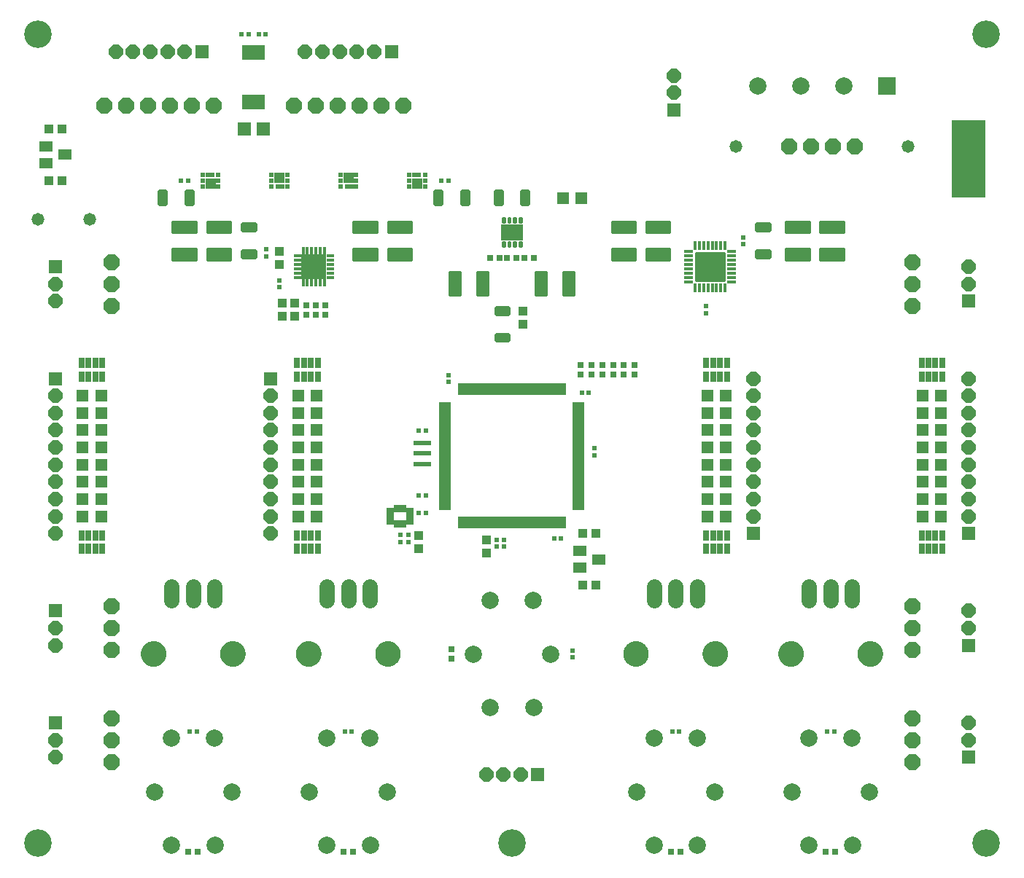
<source format=gbr>
G04 EAGLE Gerber RS-274X export*
G75*
%MOMM*%
%FSLAX34Y34*%
%LPD*%
%INSoldermask Top*%
%IPPOS*%
%AMOC8*
5,1,8,0,0,1.08239X$1,22.5*%
G01*
%ADD10C,3.203200*%
%ADD11R,4.000000X9.000000*%
%ADD12C,0.484344*%
%ADD13R,0.590000X0.620000*%
%ADD14R,1.003200X1.103200*%
%ADD15C,0.341703*%
%ADD16R,1.103200X1.003200*%
%ADD17R,0.620000X0.590000*%
%ADD18R,1.473200X1.473200*%
%ADD19R,0.560000X0.500000*%
%ADD20R,0.980000X0.500000*%
%ADD21R,1.200000X1.150000*%
%ADD22R,0.803200X0.803200*%
%ADD23R,1.603200X1.603200*%
%ADD24C,1.812800*%
%ADD25C,2.403200*%
%ADD26C,0.350000*%
%ADD27C,2.012800*%
%ADD28C,2.003200*%
%ADD29C,1.473200*%
%ADD30C,0.279400*%
%ADD31R,2.590800X1.854200*%
%ADD32R,1.397000X0.508000*%
%ADD33R,0.508000X1.397000*%
%ADD34R,0.812800X0.431800*%
%ADD35R,0.431800X0.812800*%
%ADD36R,2.997200X2.997200*%
%ADD37R,0.660400X1.701800*%
%ADD38R,1.603200X1.203200*%
%ADD39R,2.103200X0.603200*%
%ADD40R,0.813200X0.503200*%
%ADD41R,0.503200X0.813200*%
%ADD42R,1.011200X0.428000*%
%ADD43R,0.428000X1.011200*%
%ADD44C,0.385350*%
%ADD45R,2.012800X2.012800*%
%ADD46R,1.625600X1.625600*%
%ADD47P,1.759533X8X202.500000*%
%ADD48P,1.759533X8X22.500000*%
%ADD49P,1.759533X8X292.500000*%
%ADD50P,1.979475X8X292.500000*%
%ADD51P,1.979475X8X202.500000*%
%ADD52P,1.979475X8X22.500000*%
%ADD53R,0.703200X1.203200*%


D10*
X1150000Y990000D03*
X1150000Y50000D03*
X50000Y50000D03*
X50000Y990000D03*
D11*
X1129860Y845470D03*
D10*
X600000Y50000D03*
D12*
X587845Y792905D02*
X581155Y792905D01*
X581155Y807095D01*
X587845Y807095D01*
X587845Y792905D01*
X587845Y797506D02*
X581155Y797506D01*
X581155Y802107D02*
X587845Y802107D01*
X587845Y806708D02*
X581155Y806708D01*
X612155Y792905D02*
X618845Y792905D01*
X612155Y792905D02*
X612155Y807095D01*
X618845Y807095D01*
X618845Y792905D01*
X618845Y797506D02*
X612155Y797506D01*
X612155Y802107D02*
X618845Y802107D01*
X618845Y806708D02*
X612155Y806708D01*
D13*
X670050Y266000D03*
X670050Y274000D03*
X526050Y586000D03*
X526050Y594000D03*
D14*
X682500Y410000D03*
X697500Y410000D03*
X682500Y350000D03*
X697500Y350000D03*
X62500Y880000D03*
X77500Y880000D03*
X62500Y820000D03*
X77500Y820000D03*
D13*
X581950Y402500D03*
X581950Y394500D03*
D15*
X572058Y713308D02*
X559942Y713308D01*
X572058Y713308D02*
X572058Y686692D01*
X559942Y686692D01*
X559942Y713308D01*
X559942Y689938D02*
X572058Y689938D01*
X572058Y693184D02*
X559942Y693184D01*
X559942Y696430D02*
X572058Y696430D01*
X572058Y699676D02*
X559942Y699676D01*
X559942Y702922D02*
X572058Y702922D01*
X572058Y706168D02*
X559942Y706168D01*
X559942Y709414D02*
X572058Y709414D01*
X572058Y712660D02*
X559942Y712660D01*
X540058Y713308D02*
X527942Y713308D01*
X540058Y713308D02*
X540058Y686692D01*
X527942Y686692D01*
X527942Y713308D01*
X527942Y689938D02*
X540058Y689938D01*
X540058Y693184D02*
X527942Y693184D01*
X527942Y696430D02*
X540058Y696430D01*
X540058Y699676D02*
X527942Y699676D01*
X527942Y702922D02*
X540058Y702922D01*
X540058Y706168D02*
X527942Y706168D01*
X527942Y709414D02*
X540058Y709414D01*
X540058Y712660D02*
X527942Y712660D01*
D16*
X613000Y668500D03*
X613000Y653500D03*
D17*
X492000Y454130D03*
X500000Y454130D03*
X500000Y529590D03*
X492000Y529590D03*
X657000Y404050D03*
X649000Y404050D03*
D13*
X695950Y509000D03*
X695950Y501000D03*
D17*
X680920Y573760D03*
X688920Y573760D03*
D16*
X570000Y387500D03*
X570000Y402500D03*
D17*
X414000Y180050D03*
X406000Y180050D03*
D13*
X590950Y402500D03*
X590950Y394500D03*
D15*
X456692Y759942D02*
X456692Y772058D01*
X483308Y772058D01*
X483308Y759942D01*
X456692Y759942D01*
X456692Y763188D02*
X483308Y763188D01*
X483308Y766434D02*
X456692Y766434D01*
X456692Y769680D02*
X483308Y769680D01*
X456692Y740058D02*
X456692Y727942D01*
X456692Y740058D02*
X483308Y740058D01*
X483308Y727942D01*
X456692Y727942D01*
X456692Y731188D02*
X483308Y731188D01*
X483308Y734434D02*
X456692Y734434D01*
X456692Y737680D02*
X483308Y737680D01*
X206692Y759942D02*
X206692Y772058D01*
X233308Y772058D01*
X233308Y759942D01*
X206692Y759942D01*
X206692Y763188D02*
X233308Y763188D01*
X233308Y766434D02*
X206692Y766434D01*
X206692Y769680D02*
X233308Y769680D01*
X206692Y740058D02*
X206692Y727942D01*
X206692Y740058D02*
X233308Y740058D01*
X233308Y727942D01*
X206692Y727942D01*
X206692Y731188D02*
X233308Y731188D01*
X233308Y734434D02*
X206692Y734434D01*
X206692Y737680D02*
X233308Y737680D01*
D12*
X511155Y792905D02*
X517845Y792905D01*
X511155Y792905D02*
X511155Y807095D01*
X517845Y807095D01*
X517845Y792905D01*
X517845Y797506D02*
X511155Y797506D01*
X511155Y802107D02*
X517845Y802107D01*
X517845Y806708D02*
X511155Y806708D01*
X542155Y792905D02*
X548845Y792905D01*
X542155Y792905D02*
X542155Y807095D01*
X548845Y807095D01*
X548845Y792905D01*
X548845Y797506D02*
X542155Y797506D01*
X542155Y802107D02*
X548845Y802107D01*
X548845Y806708D02*
X542155Y806708D01*
X228845Y807095D02*
X222155Y807095D01*
X228845Y807095D02*
X228845Y792905D01*
X222155Y792905D01*
X222155Y807095D01*
X222155Y797506D02*
X228845Y797506D01*
X228845Y802107D02*
X222155Y802107D01*
X222155Y806708D02*
X228845Y806708D01*
X197845Y807095D02*
X191155Y807095D01*
X197845Y807095D02*
X197845Y792905D01*
X191155Y792905D01*
X191155Y807095D01*
X191155Y797506D02*
X197845Y797506D01*
X197845Y802107D02*
X191155Y802107D01*
X191155Y806708D02*
X197845Y806708D01*
D17*
X974000Y180050D03*
X966000Y180050D03*
X224000Y820050D03*
X216000Y820050D03*
X518000Y819950D03*
X526000Y819950D03*
D16*
X330000Y737500D03*
X330000Y722500D03*
D13*
X329950Y704000D03*
X329950Y696000D03*
D12*
X287905Y762155D02*
X287905Y768845D01*
X302095Y768845D01*
X302095Y762155D01*
X287905Y762155D01*
X287905Y766756D02*
X302095Y766756D01*
X287905Y737845D02*
X287905Y731155D01*
X287905Y737845D02*
X302095Y737845D01*
X302095Y731155D01*
X287905Y731155D01*
X287905Y735756D02*
X302095Y735756D01*
D17*
X234000Y180050D03*
X226000Y180050D03*
D13*
X314950Y740000D03*
X314950Y732000D03*
D16*
X333000Y662500D03*
X333000Y677500D03*
X348000Y662500D03*
X348000Y677500D03*
D17*
X294000Y990050D03*
X286000Y990050D03*
X306000Y989950D03*
X314000Y989950D03*
X794000Y180050D03*
X786000Y180050D03*
D18*
X680795Y800000D03*
X659205Y800000D03*
D19*
X499200Y813500D03*
X499200Y820000D03*
X499200Y826500D03*
X480800Y813500D03*
X480800Y820000D03*
X480800Y826500D03*
D20*
X489100Y826500D03*
D21*
X490000Y816750D03*
D19*
X259200Y813500D03*
X259200Y820000D03*
X259200Y826500D03*
X240800Y813500D03*
X240800Y820000D03*
X240800Y826500D03*
D20*
X249100Y826500D03*
D21*
X250000Y816750D03*
D19*
X320800Y826500D03*
X320800Y820000D03*
X320800Y813500D03*
X339200Y826500D03*
X339200Y820000D03*
X339200Y813500D03*
D20*
X330900Y813500D03*
D21*
X330000Y823250D03*
D19*
X400800Y826500D03*
X400800Y820000D03*
X400800Y813500D03*
X419200Y826500D03*
X419200Y820000D03*
X419200Y813500D03*
D20*
X410900Y813500D03*
D21*
X410000Y823250D03*
D22*
X415500Y40000D03*
X404500Y40000D03*
D23*
X289000Y880000D03*
X311000Y880000D03*
D22*
X361000Y675500D03*
X361000Y664500D03*
X372000Y675500D03*
X372000Y664500D03*
X383000Y664500D03*
X383000Y675500D03*
D24*
X815000Y348048D02*
X815000Y331952D01*
X790000Y331952D02*
X790000Y348048D01*
X765000Y348048D02*
X765000Y331952D01*
D25*
X836000Y270000D03*
X744000Y270000D03*
D26*
X823000Y270000D02*
X823004Y270319D01*
X823016Y270638D01*
X823035Y270956D01*
X823063Y271274D01*
X823098Y271591D01*
X823141Y271907D01*
X823191Y272223D01*
X823250Y272536D01*
X823316Y272848D01*
X823390Y273159D01*
X823471Y273467D01*
X823560Y273774D01*
X823656Y274078D01*
X823760Y274380D01*
X823871Y274679D01*
X823990Y274975D01*
X824115Y275268D01*
X824248Y275558D01*
X824388Y275845D01*
X824535Y276128D01*
X824689Y276408D01*
X824850Y276683D01*
X825017Y276955D01*
X825191Y277222D01*
X825371Y277486D01*
X825558Y277744D01*
X825751Y277998D01*
X825951Y278247D01*
X826156Y278491D01*
X826368Y278730D01*
X826585Y278964D01*
X826808Y279192D01*
X827036Y279415D01*
X827270Y279632D01*
X827509Y279844D01*
X827753Y280049D01*
X828002Y280249D01*
X828256Y280442D01*
X828514Y280629D01*
X828778Y280809D01*
X829045Y280983D01*
X829317Y281150D01*
X829592Y281311D01*
X829872Y281465D01*
X830155Y281612D01*
X830442Y281752D01*
X830732Y281885D01*
X831025Y282010D01*
X831321Y282129D01*
X831620Y282240D01*
X831922Y282344D01*
X832226Y282440D01*
X832533Y282529D01*
X832841Y282610D01*
X833152Y282684D01*
X833464Y282750D01*
X833777Y282809D01*
X834093Y282859D01*
X834409Y282902D01*
X834726Y282937D01*
X835044Y282965D01*
X835362Y282984D01*
X835681Y282996D01*
X836000Y283000D01*
X836319Y282996D01*
X836638Y282984D01*
X836956Y282965D01*
X837274Y282937D01*
X837591Y282902D01*
X837907Y282859D01*
X838223Y282809D01*
X838536Y282750D01*
X838848Y282684D01*
X839159Y282610D01*
X839467Y282529D01*
X839774Y282440D01*
X840078Y282344D01*
X840380Y282240D01*
X840679Y282129D01*
X840975Y282010D01*
X841268Y281885D01*
X841558Y281752D01*
X841845Y281612D01*
X842128Y281465D01*
X842408Y281311D01*
X842683Y281150D01*
X842955Y280983D01*
X843222Y280809D01*
X843486Y280629D01*
X843744Y280442D01*
X843998Y280249D01*
X844247Y280049D01*
X844491Y279844D01*
X844730Y279632D01*
X844964Y279415D01*
X845192Y279192D01*
X845415Y278964D01*
X845632Y278730D01*
X845844Y278491D01*
X846049Y278247D01*
X846249Y277998D01*
X846442Y277744D01*
X846629Y277486D01*
X846809Y277222D01*
X846983Y276955D01*
X847150Y276683D01*
X847311Y276408D01*
X847465Y276128D01*
X847612Y275845D01*
X847752Y275558D01*
X847885Y275268D01*
X848010Y274975D01*
X848129Y274679D01*
X848240Y274380D01*
X848344Y274078D01*
X848440Y273774D01*
X848529Y273467D01*
X848610Y273159D01*
X848684Y272848D01*
X848750Y272536D01*
X848809Y272223D01*
X848859Y271907D01*
X848902Y271591D01*
X848937Y271274D01*
X848965Y270956D01*
X848984Y270638D01*
X848996Y270319D01*
X849000Y270000D01*
X848996Y269681D01*
X848984Y269362D01*
X848965Y269044D01*
X848937Y268726D01*
X848902Y268409D01*
X848859Y268093D01*
X848809Y267777D01*
X848750Y267464D01*
X848684Y267152D01*
X848610Y266841D01*
X848529Y266533D01*
X848440Y266226D01*
X848344Y265922D01*
X848240Y265620D01*
X848129Y265321D01*
X848010Y265025D01*
X847885Y264732D01*
X847752Y264442D01*
X847612Y264155D01*
X847465Y263872D01*
X847311Y263592D01*
X847150Y263317D01*
X846983Y263045D01*
X846809Y262778D01*
X846629Y262514D01*
X846442Y262256D01*
X846249Y262002D01*
X846049Y261753D01*
X845844Y261509D01*
X845632Y261270D01*
X845415Y261036D01*
X845192Y260808D01*
X844964Y260585D01*
X844730Y260368D01*
X844491Y260156D01*
X844247Y259951D01*
X843998Y259751D01*
X843744Y259558D01*
X843486Y259371D01*
X843222Y259191D01*
X842955Y259017D01*
X842683Y258850D01*
X842408Y258689D01*
X842128Y258535D01*
X841845Y258388D01*
X841558Y258248D01*
X841268Y258115D01*
X840975Y257990D01*
X840679Y257871D01*
X840380Y257760D01*
X840078Y257656D01*
X839774Y257560D01*
X839467Y257471D01*
X839159Y257390D01*
X838848Y257316D01*
X838536Y257250D01*
X838223Y257191D01*
X837907Y257141D01*
X837591Y257098D01*
X837274Y257063D01*
X836956Y257035D01*
X836638Y257016D01*
X836319Y257004D01*
X836000Y257000D01*
X835681Y257004D01*
X835362Y257016D01*
X835044Y257035D01*
X834726Y257063D01*
X834409Y257098D01*
X834093Y257141D01*
X833777Y257191D01*
X833464Y257250D01*
X833152Y257316D01*
X832841Y257390D01*
X832533Y257471D01*
X832226Y257560D01*
X831922Y257656D01*
X831620Y257760D01*
X831321Y257871D01*
X831025Y257990D01*
X830732Y258115D01*
X830442Y258248D01*
X830155Y258388D01*
X829872Y258535D01*
X829592Y258689D01*
X829317Y258850D01*
X829045Y259017D01*
X828778Y259191D01*
X828514Y259371D01*
X828256Y259558D01*
X828002Y259751D01*
X827753Y259951D01*
X827509Y260156D01*
X827270Y260368D01*
X827036Y260585D01*
X826808Y260808D01*
X826585Y261036D01*
X826368Y261270D01*
X826156Y261509D01*
X825951Y261753D01*
X825751Y262002D01*
X825558Y262256D01*
X825371Y262514D01*
X825191Y262778D01*
X825017Y263045D01*
X824850Y263317D01*
X824689Y263592D01*
X824535Y263872D01*
X824388Y264155D01*
X824248Y264442D01*
X824115Y264732D01*
X823990Y265025D01*
X823871Y265321D01*
X823760Y265620D01*
X823656Y265922D01*
X823560Y266226D01*
X823471Y266533D01*
X823390Y266841D01*
X823316Y267152D01*
X823250Y267464D01*
X823191Y267777D01*
X823141Y268093D01*
X823098Y268409D01*
X823063Y268726D01*
X823035Y269044D01*
X823016Y269362D01*
X823004Y269681D01*
X823000Y270000D01*
X731000Y270000D02*
X731004Y270319D01*
X731016Y270638D01*
X731035Y270956D01*
X731063Y271274D01*
X731098Y271591D01*
X731141Y271907D01*
X731191Y272223D01*
X731250Y272536D01*
X731316Y272848D01*
X731390Y273159D01*
X731471Y273467D01*
X731560Y273774D01*
X731656Y274078D01*
X731760Y274380D01*
X731871Y274679D01*
X731990Y274975D01*
X732115Y275268D01*
X732248Y275558D01*
X732388Y275845D01*
X732535Y276128D01*
X732689Y276408D01*
X732850Y276683D01*
X733017Y276955D01*
X733191Y277222D01*
X733371Y277486D01*
X733558Y277744D01*
X733751Y277998D01*
X733951Y278247D01*
X734156Y278491D01*
X734368Y278730D01*
X734585Y278964D01*
X734808Y279192D01*
X735036Y279415D01*
X735270Y279632D01*
X735509Y279844D01*
X735753Y280049D01*
X736002Y280249D01*
X736256Y280442D01*
X736514Y280629D01*
X736778Y280809D01*
X737045Y280983D01*
X737317Y281150D01*
X737592Y281311D01*
X737872Y281465D01*
X738155Y281612D01*
X738442Y281752D01*
X738732Y281885D01*
X739025Y282010D01*
X739321Y282129D01*
X739620Y282240D01*
X739922Y282344D01*
X740226Y282440D01*
X740533Y282529D01*
X740841Y282610D01*
X741152Y282684D01*
X741464Y282750D01*
X741777Y282809D01*
X742093Y282859D01*
X742409Y282902D01*
X742726Y282937D01*
X743044Y282965D01*
X743362Y282984D01*
X743681Y282996D01*
X744000Y283000D01*
X744319Y282996D01*
X744638Y282984D01*
X744956Y282965D01*
X745274Y282937D01*
X745591Y282902D01*
X745907Y282859D01*
X746223Y282809D01*
X746536Y282750D01*
X746848Y282684D01*
X747159Y282610D01*
X747467Y282529D01*
X747774Y282440D01*
X748078Y282344D01*
X748380Y282240D01*
X748679Y282129D01*
X748975Y282010D01*
X749268Y281885D01*
X749558Y281752D01*
X749845Y281612D01*
X750128Y281465D01*
X750408Y281311D01*
X750683Y281150D01*
X750955Y280983D01*
X751222Y280809D01*
X751486Y280629D01*
X751744Y280442D01*
X751998Y280249D01*
X752247Y280049D01*
X752491Y279844D01*
X752730Y279632D01*
X752964Y279415D01*
X753192Y279192D01*
X753415Y278964D01*
X753632Y278730D01*
X753844Y278491D01*
X754049Y278247D01*
X754249Y277998D01*
X754442Y277744D01*
X754629Y277486D01*
X754809Y277222D01*
X754983Y276955D01*
X755150Y276683D01*
X755311Y276408D01*
X755465Y276128D01*
X755612Y275845D01*
X755752Y275558D01*
X755885Y275268D01*
X756010Y274975D01*
X756129Y274679D01*
X756240Y274380D01*
X756344Y274078D01*
X756440Y273774D01*
X756529Y273467D01*
X756610Y273159D01*
X756684Y272848D01*
X756750Y272536D01*
X756809Y272223D01*
X756859Y271907D01*
X756902Y271591D01*
X756937Y271274D01*
X756965Y270956D01*
X756984Y270638D01*
X756996Y270319D01*
X757000Y270000D01*
X756996Y269681D01*
X756984Y269362D01*
X756965Y269044D01*
X756937Y268726D01*
X756902Y268409D01*
X756859Y268093D01*
X756809Y267777D01*
X756750Y267464D01*
X756684Y267152D01*
X756610Y266841D01*
X756529Y266533D01*
X756440Y266226D01*
X756344Y265922D01*
X756240Y265620D01*
X756129Y265321D01*
X756010Y265025D01*
X755885Y264732D01*
X755752Y264442D01*
X755612Y264155D01*
X755465Y263872D01*
X755311Y263592D01*
X755150Y263317D01*
X754983Y263045D01*
X754809Y262778D01*
X754629Y262514D01*
X754442Y262256D01*
X754249Y262002D01*
X754049Y261753D01*
X753844Y261509D01*
X753632Y261270D01*
X753415Y261036D01*
X753192Y260808D01*
X752964Y260585D01*
X752730Y260368D01*
X752491Y260156D01*
X752247Y259951D01*
X751998Y259751D01*
X751744Y259558D01*
X751486Y259371D01*
X751222Y259191D01*
X750955Y259017D01*
X750683Y258850D01*
X750408Y258689D01*
X750128Y258535D01*
X749845Y258388D01*
X749558Y258248D01*
X749268Y258115D01*
X748975Y257990D01*
X748679Y257871D01*
X748380Y257760D01*
X748078Y257656D01*
X747774Y257560D01*
X747467Y257471D01*
X747159Y257390D01*
X746848Y257316D01*
X746536Y257250D01*
X746223Y257191D01*
X745907Y257141D01*
X745591Y257098D01*
X745274Y257063D01*
X744956Y257035D01*
X744638Y257016D01*
X744319Y257004D01*
X744000Y257000D01*
X743681Y257004D01*
X743362Y257016D01*
X743044Y257035D01*
X742726Y257063D01*
X742409Y257098D01*
X742093Y257141D01*
X741777Y257191D01*
X741464Y257250D01*
X741152Y257316D01*
X740841Y257390D01*
X740533Y257471D01*
X740226Y257560D01*
X739922Y257656D01*
X739620Y257760D01*
X739321Y257871D01*
X739025Y257990D01*
X738732Y258115D01*
X738442Y258248D01*
X738155Y258388D01*
X737872Y258535D01*
X737592Y258689D01*
X737317Y258850D01*
X737045Y259017D01*
X736778Y259191D01*
X736514Y259371D01*
X736256Y259558D01*
X736002Y259751D01*
X735753Y259951D01*
X735509Y260156D01*
X735270Y260368D01*
X735036Y260585D01*
X734808Y260808D01*
X734585Y261036D01*
X734368Y261270D01*
X734156Y261509D01*
X733951Y261753D01*
X733751Y262002D01*
X733558Y262256D01*
X733371Y262514D01*
X733191Y262778D01*
X733017Y263045D01*
X732850Y263317D01*
X732689Y263592D01*
X732535Y263872D01*
X732388Y264155D01*
X732248Y264442D01*
X732115Y264732D01*
X731990Y265025D01*
X731871Y265321D01*
X731760Y265620D01*
X731656Y265922D01*
X731560Y266226D01*
X731471Y266533D01*
X731390Y266841D01*
X731316Y267152D01*
X731250Y267464D01*
X731191Y267777D01*
X731141Y268093D01*
X731098Y268409D01*
X731063Y268726D01*
X731035Y269044D01*
X731016Y269362D01*
X731004Y269681D01*
X731000Y270000D01*
D24*
X995000Y331952D02*
X995000Y348048D01*
X970000Y348048D02*
X970000Y331952D01*
X945000Y331952D02*
X945000Y348048D01*
D25*
X1016000Y270000D03*
X924000Y270000D03*
D26*
X1003000Y270000D02*
X1003004Y270319D01*
X1003016Y270638D01*
X1003035Y270956D01*
X1003063Y271274D01*
X1003098Y271591D01*
X1003141Y271907D01*
X1003191Y272223D01*
X1003250Y272536D01*
X1003316Y272848D01*
X1003390Y273159D01*
X1003471Y273467D01*
X1003560Y273774D01*
X1003656Y274078D01*
X1003760Y274380D01*
X1003871Y274679D01*
X1003990Y274975D01*
X1004115Y275268D01*
X1004248Y275558D01*
X1004388Y275845D01*
X1004535Y276128D01*
X1004689Y276408D01*
X1004850Y276683D01*
X1005017Y276955D01*
X1005191Y277222D01*
X1005371Y277486D01*
X1005558Y277744D01*
X1005751Y277998D01*
X1005951Y278247D01*
X1006156Y278491D01*
X1006368Y278730D01*
X1006585Y278964D01*
X1006808Y279192D01*
X1007036Y279415D01*
X1007270Y279632D01*
X1007509Y279844D01*
X1007753Y280049D01*
X1008002Y280249D01*
X1008256Y280442D01*
X1008514Y280629D01*
X1008778Y280809D01*
X1009045Y280983D01*
X1009317Y281150D01*
X1009592Y281311D01*
X1009872Y281465D01*
X1010155Y281612D01*
X1010442Y281752D01*
X1010732Y281885D01*
X1011025Y282010D01*
X1011321Y282129D01*
X1011620Y282240D01*
X1011922Y282344D01*
X1012226Y282440D01*
X1012533Y282529D01*
X1012841Y282610D01*
X1013152Y282684D01*
X1013464Y282750D01*
X1013777Y282809D01*
X1014093Y282859D01*
X1014409Y282902D01*
X1014726Y282937D01*
X1015044Y282965D01*
X1015362Y282984D01*
X1015681Y282996D01*
X1016000Y283000D01*
X1016319Y282996D01*
X1016638Y282984D01*
X1016956Y282965D01*
X1017274Y282937D01*
X1017591Y282902D01*
X1017907Y282859D01*
X1018223Y282809D01*
X1018536Y282750D01*
X1018848Y282684D01*
X1019159Y282610D01*
X1019467Y282529D01*
X1019774Y282440D01*
X1020078Y282344D01*
X1020380Y282240D01*
X1020679Y282129D01*
X1020975Y282010D01*
X1021268Y281885D01*
X1021558Y281752D01*
X1021845Y281612D01*
X1022128Y281465D01*
X1022408Y281311D01*
X1022683Y281150D01*
X1022955Y280983D01*
X1023222Y280809D01*
X1023486Y280629D01*
X1023744Y280442D01*
X1023998Y280249D01*
X1024247Y280049D01*
X1024491Y279844D01*
X1024730Y279632D01*
X1024964Y279415D01*
X1025192Y279192D01*
X1025415Y278964D01*
X1025632Y278730D01*
X1025844Y278491D01*
X1026049Y278247D01*
X1026249Y277998D01*
X1026442Y277744D01*
X1026629Y277486D01*
X1026809Y277222D01*
X1026983Y276955D01*
X1027150Y276683D01*
X1027311Y276408D01*
X1027465Y276128D01*
X1027612Y275845D01*
X1027752Y275558D01*
X1027885Y275268D01*
X1028010Y274975D01*
X1028129Y274679D01*
X1028240Y274380D01*
X1028344Y274078D01*
X1028440Y273774D01*
X1028529Y273467D01*
X1028610Y273159D01*
X1028684Y272848D01*
X1028750Y272536D01*
X1028809Y272223D01*
X1028859Y271907D01*
X1028902Y271591D01*
X1028937Y271274D01*
X1028965Y270956D01*
X1028984Y270638D01*
X1028996Y270319D01*
X1029000Y270000D01*
X1028996Y269681D01*
X1028984Y269362D01*
X1028965Y269044D01*
X1028937Y268726D01*
X1028902Y268409D01*
X1028859Y268093D01*
X1028809Y267777D01*
X1028750Y267464D01*
X1028684Y267152D01*
X1028610Y266841D01*
X1028529Y266533D01*
X1028440Y266226D01*
X1028344Y265922D01*
X1028240Y265620D01*
X1028129Y265321D01*
X1028010Y265025D01*
X1027885Y264732D01*
X1027752Y264442D01*
X1027612Y264155D01*
X1027465Y263872D01*
X1027311Y263592D01*
X1027150Y263317D01*
X1026983Y263045D01*
X1026809Y262778D01*
X1026629Y262514D01*
X1026442Y262256D01*
X1026249Y262002D01*
X1026049Y261753D01*
X1025844Y261509D01*
X1025632Y261270D01*
X1025415Y261036D01*
X1025192Y260808D01*
X1024964Y260585D01*
X1024730Y260368D01*
X1024491Y260156D01*
X1024247Y259951D01*
X1023998Y259751D01*
X1023744Y259558D01*
X1023486Y259371D01*
X1023222Y259191D01*
X1022955Y259017D01*
X1022683Y258850D01*
X1022408Y258689D01*
X1022128Y258535D01*
X1021845Y258388D01*
X1021558Y258248D01*
X1021268Y258115D01*
X1020975Y257990D01*
X1020679Y257871D01*
X1020380Y257760D01*
X1020078Y257656D01*
X1019774Y257560D01*
X1019467Y257471D01*
X1019159Y257390D01*
X1018848Y257316D01*
X1018536Y257250D01*
X1018223Y257191D01*
X1017907Y257141D01*
X1017591Y257098D01*
X1017274Y257063D01*
X1016956Y257035D01*
X1016638Y257016D01*
X1016319Y257004D01*
X1016000Y257000D01*
X1015681Y257004D01*
X1015362Y257016D01*
X1015044Y257035D01*
X1014726Y257063D01*
X1014409Y257098D01*
X1014093Y257141D01*
X1013777Y257191D01*
X1013464Y257250D01*
X1013152Y257316D01*
X1012841Y257390D01*
X1012533Y257471D01*
X1012226Y257560D01*
X1011922Y257656D01*
X1011620Y257760D01*
X1011321Y257871D01*
X1011025Y257990D01*
X1010732Y258115D01*
X1010442Y258248D01*
X1010155Y258388D01*
X1009872Y258535D01*
X1009592Y258689D01*
X1009317Y258850D01*
X1009045Y259017D01*
X1008778Y259191D01*
X1008514Y259371D01*
X1008256Y259558D01*
X1008002Y259751D01*
X1007753Y259951D01*
X1007509Y260156D01*
X1007270Y260368D01*
X1007036Y260585D01*
X1006808Y260808D01*
X1006585Y261036D01*
X1006368Y261270D01*
X1006156Y261509D01*
X1005951Y261753D01*
X1005751Y262002D01*
X1005558Y262256D01*
X1005371Y262514D01*
X1005191Y262778D01*
X1005017Y263045D01*
X1004850Y263317D01*
X1004689Y263592D01*
X1004535Y263872D01*
X1004388Y264155D01*
X1004248Y264442D01*
X1004115Y264732D01*
X1003990Y265025D01*
X1003871Y265321D01*
X1003760Y265620D01*
X1003656Y265922D01*
X1003560Y266226D01*
X1003471Y266533D01*
X1003390Y266841D01*
X1003316Y267152D01*
X1003250Y267464D01*
X1003191Y267777D01*
X1003141Y268093D01*
X1003098Y268409D01*
X1003063Y268726D01*
X1003035Y269044D01*
X1003016Y269362D01*
X1003004Y269681D01*
X1003000Y270000D01*
X911000Y270000D02*
X911004Y270319D01*
X911016Y270638D01*
X911035Y270956D01*
X911063Y271274D01*
X911098Y271591D01*
X911141Y271907D01*
X911191Y272223D01*
X911250Y272536D01*
X911316Y272848D01*
X911390Y273159D01*
X911471Y273467D01*
X911560Y273774D01*
X911656Y274078D01*
X911760Y274380D01*
X911871Y274679D01*
X911990Y274975D01*
X912115Y275268D01*
X912248Y275558D01*
X912388Y275845D01*
X912535Y276128D01*
X912689Y276408D01*
X912850Y276683D01*
X913017Y276955D01*
X913191Y277222D01*
X913371Y277486D01*
X913558Y277744D01*
X913751Y277998D01*
X913951Y278247D01*
X914156Y278491D01*
X914368Y278730D01*
X914585Y278964D01*
X914808Y279192D01*
X915036Y279415D01*
X915270Y279632D01*
X915509Y279844D01*
X915753Y280049D01*
X916002Y280249D01*
X916256Y280442D01*
X916514Y280629D01*
X916778Y280809D01*
X917045Y280983D01*
X917317Y281150D01*
X917592Y281311D01*
X917872Y281465D01*
X918155Y281612D01*
X918442Y281752D01*
X918732Y281885D01*
X919025Y282010D01*
X919321Y282129D01*
X919620Y282240D01*
X919922Y282344D01*
X920226Y282440D01*
X920533Y282529D01*
X920841Y282610D01*
X921152Y282684D01*
X921464Y282750D01*
X921777Y282809D01*
X922093Y282859D01*
X922409Y282902D01*
X922726Y282937D01*
X923044Y282965D01*
X923362Y282984D01*
X923681Y282996D01*
X924000Y283000D01*
X924319Y282996D01*
X924638Y282984D01*
X924956Y282965D01*
X925274Y282937D01*
X925591Y282902D01*
X925907Y282859D01*
X926223Y282809D01*
X926536Y282750D01*
X926848Y282684D01*
X927159Y282610D01*
X927467Y282529D01*
X927774Y282440D01*
X928078Y282344D01*
X928380Y282240D01*
X928679Y282129D01*
X928975Y282010D01*
X929268Y281885D01*
X929558Y281752D01*
X929845Y281612D01*
X930128Y281465D01*
X930408Y281311D01*
X930683Y281150D01*
X930955Y280983D01*
X931222Y280809D01*
X931486Y280629D01*
X931744Y280442D01*
X931998Y280249D01*
X932247Y280049D01*
X932491Y279844D01*
X932730Y279632D01*
X932964Y279415D01*
X933192Y279192D01*
X933415Y278964D01*
X933632Y278730D01*
X933844Y278491D01*
X934049Y278247D01*
X934249Y277998D01*
X934442Y277744D01*
X934629Y277486D01*
X934809Y277222D01*
X934983Y276955D01*
X935150Y276683D01*
X935311Y276408D01*
X935465Y276128D01*
X935612Y275845D01*
X935752Y275558D01*
X935885Y275268D01*
X936010Y274975D01*
X936129Y274679D01*
X936240Y274380D01*
X936344Y274078D01*
X936440Y273774D01*
X936529Y273467D01*
X936610Y273159D01*
X936684Y272848D01*
X936750Y272536D01*
X936809Y272223D01*
X936859Y271907D01*
X936902Y271591D01*
X936937Y271274D01*
X936965Y270956D01*
X936984Y270638D01*
X936996Y270319D01*
X937000Y270000D01*
X936996Y269681D01*
X936984Y269362D01*
X936965Y269044D01*
X936937Y268726D01*
X936902Y268409D01*
X936859Y268093D01*
X936809Y267777D01*
X936750Y267464D01*
X936684Y267152D01*
X936610Y266841D01*
X936529Y266533D01*
X936440Y266226D01*
X936344Y265922D01*
X936240Y265620D01*
X936129Y265321D01*
X936010Y265025D01*
X935885Y264732D01*
X935752Y264442D01*
X935612Y264155D01*
X935465Y263872D01*
X935311Y263592D01*
X935150Y263317D01*
X934983Y263045D01*
X934809Y262778D01*
X934629Y262514D01*
X934442Y262256D01*
X934249Y262002D01*
X934049Y261753D01*
X933844Y261509D01*
X933632Y261270D01*
X933415Y261036D01*
X933192Y260808D01*
X932964Y260585D01*
X932730Y260368D01*
X932491Y260156D01*
X932247Y259951D01*
X931998Y259751D01*
X931744Y259558D01*
X931486Y259371D01*
X931222Y259191D01*
X930955Y259017D01*
X930683Y258850D01*
X930408Y258689D01*
X930128Y258535D01*
X929845Y258388D01*
X929558Y258248D01*
X929268Y258115D01*
X928975Y257990D01*
X928679Y257871D01*
X928380Y257760D01*
X928078Y257656D01*
X927774Y257560D01*
X927467Y257471D01*
X927159Y257390D01*
X926848Y257316D01*
X926536Y257250D01*
X926223Y257191D01*
X925907Y257141D01*
X925591Y257098D01*
X925274Y257063D01*
X924956Y257035D01*
X924638Y257016D01*
X924319Y257004D01*
X924000Y257000D01*
X923681Y257004D01*
X923362Y257016D01*
X923044Y257035D01*
X922726Y257063D01*
X922409Y257098D01*
X922093Y257141D01*
X921777Y257191D01*
X921464Y257250D01*
X921152Y257316D01*
X920841Y257390D01*
X920533Y257471D01*
X920226Y257560D01*
X919922Y257656D01*
X919620Y257760D01*
X919321Y257871D01*
X919025Y257990D01*
X918732Y258115D01*
X918442Y258248D01*
X918155Y258388D01*
X917872Y258535D01*
X917592Y258689D01*
X917317Y258850D01*
X917045Y259017D01*
X916778Y259191D01*
X916514Y259371D01*
X916256Y259558D01*
X916002Y259751D01*
X915753Y259951D01*
X915509Y260156D01*
X915270Y260368D01*
X915036Y260585D01*
X914808Y260808D01*
X914585Y261036D01*
X914368Y261270D01*
X914156Y261509D01*
X913951Y261753D01*
X913751Y262002D01*
X913558Y262256D01*
X913371Y262514D01*
X913191Y262778D01*
X913017Y263045D01*
X912850Y263317D01*
X912689Y263592D01*
X912535Y263872D01*
X912388Y264155D01*
X912248Y264442D01*
X912115Y264732D01*
X911990Y265025D01*
X911871Y265321D01*
X911760Y265620D01*
X911656Y265922D01*
X911560Y266226D01*
X911471Y266533D01*
X911390Y266841D01*
X911316Y267152D01*
X911250Y267464D01*
X911191Y267777D01*
X911141Y268093D01*
X911098Y268409D01*
X911063Y268726D01*
X911035Y269044D01*
X911016Y269362D01*
X911004Y269681D01*
X911000Y270000D01*
D22*
X795500Y40000D03*
X784500Y40000D03*
X574500Y730000D03*
X585500Y730000D03*
X605500Y730000D03*
X594500Y730000D03*
X625500Y730000D03*
X614500Y730000D03*
X530000Y275500D03*
X530000Y264500D03*
X975500Y40000D03*
X964500Y40000D03*
X235500Y40000D03*
X224500Y40000D03*
D24*
X255000Y331952D02*
X255000Y348048D01*
X230000Y348048D02*
X230000Y331952D01*
X205000Y331952D02*
X205000Y348048D01*
D25*
X276000Y270000D03*
X184000Y270000D03*
D26*
X263000Y270000D02*
X263004Y270319D01*
X263016Y270638D01*
X263035Y270956D01*
X263063Y271274D01*
X263098Y271591D01*
X263141Y271907D01*
X263191Y272223D01*
X263250Y272536D01*
X263316Y272848D01*
X263390Y273159D01*
X263471Y273467D01*
X263560Y273774D01*
X263656Y274078D01*
X263760Y274380D01*
X263871Y274679D01*
X263990Y274975D01*
X264115Y275268D01*
X264248Y275558D01*
X264388Y275845D01*
X264535Y276128D01*
X264689Y276408D01*
X264850Y276683D01*
X265017Y276955D01*
X265191Y277222D01*
X265371Y277486D01*
X265558Y277744D01*
X265751Y277998D01*
X265951Y278247D01*
X266156Y278491D01*
X266368Y278730D01*
X266585Y278964D01*
X266808Y279192D01*
X267036Y279415D01*
X267270Y279632D01*
X267509Y279844D01*
X267753Y280049D01*
X268002Y280249D01*
X268256Y280442D01*
X268514Y280629D01*
X268778Y280809D01*
X269045Y280983D01*
X269317Y281150D01*
X269592Y281311D01*
X269872Y281465D01*
X270155Y281612D01*
X270442Y281752D01*
X270732Y281885D01*
X271025Y282010D01*
X271321Y282129D01*
X271620Y282240D01*
X271922Y282344D01*
X272226Y282440D01*
X272533Y282529D01*
X272841Y282610D01*
X273152Y282684D01*
X273464Y282750D01*
X273777Y282809D01*
X274093Y282859D01*
X274409Y282902D01*
X274726Y282937D01*
X275044Y282965D01*
X275362Y282984D01*
X275681Y282996D01*
X276000Y283000D01*
X276319Y282996D01*
X276638Y282984D01*
X276956Y282965D01*
X277274Y282937D01*
X277591Y282902D01*
X277907Y282859D01*
X278223Y282809D01*
X278536Y282750D01*
X278848Y282684D01*
X279159Y282610D01*
X279467Y282529D01*
X279774Y282440D01*
X280078Y282344D01*
X280380Y282240D01*
X280679Y282129D01*
X280975Y282010D01*
X281268Y281885D01*
X281558Y281752D01*
X281845Y281612D01*
X282128Y281465D01*
X282408Y281311D01*
X282683Y281150D01*
X282955Y280983D01*
X283222Y280809D01*
X283486Y280629D01*
X283744Y280442D01*
X283998Y280249D01*
X284247Y280049D01*
X284491Y279844D01*
X284730Y279632D01*
X284964Y279415D01*
X285192Y279192D01*
X285415Y278964D01*
X285632Y278730D01*
X285844Y278491D01*
X286049Y278247D01*
X286249Y277998D01*
X286442Y277744D01*
X286629Y277486D01*
X286809Y277222D01*
X286983Y276955D01*
X287150Y276683D01*
X287311Y276408D01*
X287465Y276128D01*
X287612Y275845D01*
X287752Y275558D01*
X287885Y275268D01*
X288010Y274975D01*
X288129Y274679D01*
X288240Y274380D01*
X288344Y274078D01*
X288440Y273774D01*
X288529Y273467D01*
X288610Y273159D01*
X288684Y272848D01*
X288750Y272536D01*
X288809Y272223D01*
X288859Y271907D01*
X288902Y271591D01*
X288937Y271274D01*
X288965Y270956D01*
X288984Y270638D01*
X288996Y270319D01*
X289000Y270000D01*
X288996Y269681D01*
X288984Y269362D01*
X288965Y269044D01*
X288937Y268726D01*
X288902Y268409D01*
X288859Y268093D01*
X288809Y267777D01*
X288750Y267464D01*
X288684Y267152D01*
X288610Y266841D01*
X288529Y266533D01*
X288440Y266226D01*
X288344Y265922D01*
X288240Y265620D01*
X288129Y265321D01*
X288010Y265025D01*
X287885Y264732D01*
X287752Y264442D01*
X287612Y264155D01*
X287465Y263872D01*
X287311Y263592D01*
X287150Y263317D01*
X286983Y263045D01*
X286809Y262778D01*
X286629Y262514D01*
X286442Y262256D01*
X286249Y262002D01*
X286049Y261753D01*
X285844Y261509D01*
X285632Y261270D01*
X285415Y261036D01*
X285192Y260808D01*
X284964Y260585D01*
X284730Y260368D01*
X284491Y260156D01*
X284247Y259951D01*
X283998Y259751D01*
X283744Y259558D01*
X283486Y259371D01*
X283222Y259191D01*
X282955Y259017D01*
X282683Y258850D01*
X282408Y258689D01*
X282128Y258535D01*
X281845Y258388D01*
X281558Y258248D01*
X281268Y258115D01*
X280975Y257990D01*
X280679Y257871D01*
X280380Y257760D01*
X280078Y257656D01*
X279774Y257560D01*
X279467Y257471D01*
X279159Y257390D01*
X278848Y257316D01*
X278536Y257250D01*
X278223Y257191D01*
X277907Y257141D01*
X277591Y257098D01*
X277274Y257063D01*
X276956Y257035D01*
X276638Y257016D01*
X276319Y257004D01*
X276000Y257000D01*
X275681Y257004D01*
X275362Y257016D01*
X275044Y257035D01*
X274726Y257063D01*
X274409Y257098D01*
X274093Y257141D01*
X273777Y257191D01*
X273464Y257250D01*
X273152Y257316D01*
X272841Y257390D01*
X272533Y257471D01*
X272226Y257560D01*
X271922Y257656D01*
X271620Y257760D01*
X271321Y257871D01*
X271025Y257990D01*
X270732Y258115D01*
X270442Y258248D01*
X270155Y258388D01*
X269872Y258535D01*
X269592Y258689D01*
X269317Y258850D01*
X269045Y259017D01*
X268778Y259191D01*
X268514Y259371D01*
X268256Y259558D01*
X268002Y259751D01*
X267753Y259951D01*
X267509Y260156D01*
X267270Y260368D01*
X267036Y260585D01*
X266808Y260808D01*
X266585Y261036D01*
X266368Y261270D01*
X266156Y261509D01*
X265951Y261753D01*
X265751Y262002D01*
X265558Y262256D01*
X265371Y262514D01*
X265191Y262778D01*
X265017Y263045D01*
X264850Y263317D01*
X264689Y263592D01*
X264535Y263872D01*
X264388Y264155D01*
X264248Y264442D01*
X264115Y264732D01*
X263990Y265025D01*
X263871Y265321D01*
X263760Y265620D01*
X263656Y265922D01*
X263560Y266226D01*
X263471Y266533D01*
X263390Y266841D01*
X263316Y267152D01*
X263250Y267464D01*
X263191Y267777D01*
X263141Y268093D01*
X263098Y268409D01*
X263063Y268726D01*
X263035Y269044D01*
X263016Y269362D01*
X263004Y269681D01*
X263000Y270000D01*
X171000Y270000D02*
X171004Y270319D01*
X171016Y270638D01*
X171035Y270956D01*
X171063Y271274D01*
X171098Y271591D01*
X171141Y271907D01*
X171191Y272223D01*
X171250Y272536D01*
X171316Y272848D01*
X171390Y273159D01*
X171471Y273467D01*
X171560Y273774D01*
X171656Y274078D01*
X171760Y274380D01*
X171871Y274679D01*
X171990Y274975D01*
X172115Y275268D01*
X172248Y275558D01*
X172388Y275845D01*
X172535Y276128D01*
X172689Y276408D01*
X172850Y276683D01*
X173017Y276955D01*
X173191Y277222D01*
X173371Y277486D01*
X173558Y277744D01*
X173751Y277998D01*
X173951Y278247D01*
X174156Y278491D01*
X174368Y278730D01*
X174585Y278964D01*
X174808Y279192D01*
X175036Y279415D01*
X175270Y279632D01*
X175509Y279844D01*
X175753Y280049D01*
X176002Y280249D01*
X176256Y280442D01*
X176514Y280629D01*
X176778Y280809D01*
X177045Y280983D01*
X177317Y281150D01*
X177592Y281311D01*
X177872Y281465D01*
X178155Y281612D01*
X178442Y281752D01*
X178732Y281885D01*
X179025Y282010D01*
X179321Y282129D01*
X179620Y282240D01*
X179922Y282344D01*
X180226Y282440D01*
X180533Y282529D01*
X180841Y282610D01*
X181152Y282684D01*
X181464Y282750D01*
X181777Y282809D01*
X182093Y282859D01*
X182409Y282902D01*
X182726Y282937D01*
X183044Y282965D01*
X183362Y282984D01*
X183681Y282996D01*
X184000Y283000D01*
X184319Y282996D01*
X184638Y282984D01*
X184956Y282965D01*
X185274Y282937D01*
X185591Y282902D01*
X185907Y282859D01*
X186223Y282809D01*
X186536Y282750D01*
X186848Y282684D01*
X187159Y282610D01*
X187467Y282529D01*
X187774Y282440D01*
X188078Y282344D01*
X188380Y282240D01*
X188679Y282129D01*
X188975Y282010D01*
X189268Y281885D01*
X189558Y281752D01*
X189845Y281612D01*
X190128Y281465D01*
X190408Y281311D01*
X190683Y281150D01*
X190955Y280983D01*
X191222Y280809D01*
X191486Y280629D01*
X191744Y280442D01*
X191998Y280249D01*
X192247Y280049D01*
X192491Y279844D01*
X192730Y279632D01*
X192964Y279415D01*
X193192Y279192D01*
X193415Y278964D01*
X193632Y278730D01*
X193844Y278491D01*
X194049Y278247D01*
X194249Y277998D01*
X194442Y277744D01*
X194629Y277486D01*
X194809Y277222D01*
X194983Y276955D01*
X195150Y276683D01*
X195311Y276408D01*
X195465Y276128D01*
X195612Y275845D01*
X195752Y275558D01*
X195885Y275268D01*
X196010Y274975D01*
X196129Y274679D01*
X196240Y274380D01*
X196344Y274078D01*
X196440Y273774D01*
X196529Y273467D01*
X196610Y273159D01*
X196684Y272848D01*
X196750Y272536D01*
X196809Y272223D01*
X196859Y271907D01*
X196902Y271591D01*
X196937Y271274D01*
X196965Y270956D01*
X196984Y270638D01*
X196996Y270319D01*
X197000Y270000D01*
X196996Y269681D01*
X196984Y269362D01*
X196965Y269044D01*
X196937Y268726D01*
X196902Y268409D01*
X196859Y268093D01*
X196809Y267777D01*
X196750Y267464D01*
X196684Y267152D01*
X196610Y266841D01*
X196529Y266533D01*
X196440Y266226D01*
X196344Y265922D01*
X196240Y265620D01*
X196129Y265321D01*
X196010Y265025D01*
X195885Y264732D01*
X195752Y264442D01*
X195612Y264155D01*
X195465Y263872D01*
X195311Y263592D01*
X195150Y263317D01*
X194983Y263045D01*
X194809Y262778D01*
X194629Y262514D01*
X194442Y262256D01*
X194249Y262002D01*
X194049Y261753D01*
X193844Y261509D01*
X193632Y261270D01*
X193415Y261036D01*
X193192Y260808D01*
X192964Y260585D01*
X192730Y260368D01*
X192491Y260156D01*
X192247Y259951D01*
X191998Y259751D01*
X191744Y259558D01*
X191486Y259371D01*
X191222Y259191D01*
X190955Y259017D01*
X190683Y258850D01*
X190408Y258689D01*
X190128Y258535D01*
X189845Y258388D01*
X189558Y258248D01*
X189268Y258115D01*
X188975Y257990D01*
X188679Y257871D01*
X188380Y257760D01*
X188078Y257656D01*
X187774Y257560D01*
X187467Y257471D01*
X187159Y257390D01*
X186848Y257316D01*
X186536Y257250D01*
X186223Y257191D01*
X185907Y257141D01*
X185591Y257098D01*
X185274Y257063D01*
X184956Y257035D01*
X184638Y257016D01*
X184319Y257004D01*
X184000Y257000D01*
X183681Y257004D01*
X183362Y257016D01*
X183044Y257035D01*
X182726Y257063D01*
X182409Y257098D01*
X182093Y257141D01*
X181777Y257191D01*
X181464Y257250D01*
X181152Y257316D01*
X180841Y257390D01*
X180533Y257471D01*
X180226Y257560D01*
X179922Y257656D01*
X179620Y257760D01*
X179321Y257871D01*
X179025Y257990D01*
X178732Y258115D01*
X178442Y258248D01*
X178155Y258388D01*
X177872Y258535D01*
X177592Y258689D01*
X177317Y258850D01*
X177045Y259017D01*
X176778Y259191D01*
X176514Y259371D01*
X176256Y259558D01*
X176002Y259751D01*
X175753Y259951D01*
X175509Y260156D01*
X175270Y260368D01*
X175036Y260585D01*
X174808Y260808D01*
X174585Y261036D01*
X174368Y261270D01*
X174156Y261509D01*
X173951Y261753D01*
X173751Y262002D01*
X173558Y262256D01*
X173371Y262514D01*
X173191Y262778D01*
X173017Y263045D01*
X172850Y263317D01*
X172689Y263592D01*
X172535Y263872D01*
X172388Y264155D01*
X172248Y264442D01*
X172115Y264732D01*
X171990Y265025D01*
X171871Y265321D01*
X171760Y265620D01*
X171656Y265922D01*
X171560Y266226D01*
X171471Y266533D01*
X171390Y266841D01*
X171316Y267152D01*
X171250Y267464D01*
X171191Y267777D01*
X171141Y268093D01*
X171098Y268409D01*
X171063Y268726D01*
X171035Y269044D01*
X171016Y269362D01*
X171004Y269681D01*
X171000Y270000D01*
D24*
X435000Y331952D02*
X435000Y348048D01*
X410000Y348048D02*
X410000Y331952D01*
X385000Y331952D02*
X385000Y348048D01*
D25*
X456000Y270000D03*
X364000Y270000D03*
D26*
X443000Y270000D02*
X443004Y270319D01*
X443016Y270638D01*
X443035Y270956D01*
X443063Y271274D01*
X443098Y271591D01*
X443141Y271907D01*
X443191Y272223D01*
X443250Y272536D01*
X443316Y272848D01*
X443390Y273159D01*
X443471Y273467D01*
X443560Y273774D01*
X443656Y274078D01*
X443760Y274380D01*
X443871Y274679D01*
X443990Y274975D01*
X444115Y275268D01*
X444248Y275558D01*
X444388Y275845D01*
X444535Y276128D01*
X444689Y276408D01*
X444850Y276683D01*
X445017Y276955D01*
X445191Y277222D01*
X445371Y277486D01*
X445558Y277744D01*
X445751Y277998D01*
X445951Y278247D01*
X446156Y278491D01*
X446368Y278730D01*
X446585Y278964D01*
X446808Y279192D01*
X447036Y279415D01*
X447270Y279632D01*
X447509Y279844D01*
X447753Y280049D01*
X448002Y280249D01*
X448256Y280442D01*
X448514Y280629D01*
X448778Y280809D01*
X449045Y280983D01*
X449317Y281150D01*
X449592Y281311D01*
X449872Y281465D01*
X450155Y281612D01*
X450442Y281752D01*
X450732Y281885D01*
X451025Y282010D01*
X451321Y282129D01*
X451620Y282240D01*
X451922Y282344D01*
X452226Y282440D01*
X452533Y282529D01*
X452841Y282610D01*
X453152Y282684D01*
X453464Y282750D01*
X453777Y282809D01*
X454093Y282859D01*
X454409Y282902D01*
X454726Y282937D01*
X455044Y282965D01*
X455362Y282984D01*
X455681Y282996D01*
X456000Y283000D01*
X456319Y282996D01*
X456638Y282984D01*
X456956Y282965D01*
X457274Y282937D01*
X457591Y282902D01*
X457907Y282859D01*
X458223Y282809D01*
X458536Y282750D01*
X458848Y282684D01*
X459159Y282610D01*
X459467Y282529D01*
X459774Y282440D01*
X460078Y282344D01*
X460380Y282240D01*
X460679Y282129D01*
X460975Y282010D01*
X461268Y281885D01*
X461558Y281752D01*
X461845Y281612D01*
X462128Y281465D01*
X462408Y281311D01*
X462683Y281150D01*
X462955Y280983D01*
X463222Y280809D01*
X463486Y280629D01*
X463744Y280442D01*
X463998Y280249D01*
X464247Y280049D01*
X464491Y279844D01*
X464730Y279632D01*
X464964Y279415D01*
X465192Y279192D01*
X465415Y278964D01*
X465632Y278730D01*
X465844Y278491D01*
X466049Y278247D01*
X466249Y277998D01*
X466442Y277744D01*
X466629Y277486D01*
X466809Y277222D01*
X466983Y276955D01*
X467150Y276683D01*
X467311Y276408D01*
X467465Y276128D01*
X467612Y275845D01*
X467752Y275558D01*
X467885Y275268D01*
X468010Y274975D01*
X468129Y274679D01*
X468240Y274380D01*
X468344Y274078D01*
X468440Y273774D01*
X468529Y273467D01*
X468610Y273159D01*
X468684Y272848D01*
X468750Y272536D01*
X468809Y272223D01*
X468859Y271907D01*
X468902Y271591D01*
X468937Y271274D01*
X468965Y270956D01*
X468984Y270638D01*
X468996Y270319D01*
X469000Y270000D01*
X468996Y269681D01*
X468984Y269362D01*
X468965Y269044D01*
X468937Y268726D01*
X468902Y268409D01*
X468859Y268093D01*
X468809Y267777D01*
X468750Y267464D01*
X468684Y267152D01*
X468610Y266841D01*
X468529Y266533D01*
X468440Y266226D01*
X468344Y265922D01*
X468240Y265620D01*
X468129Y265321D01*
X468010Y265025D01*
X467885Y264732D01*
X467752Y264442D01*
X467612Y264155D01*
X467465Y263872D01*
X467311Y263592D01*
X467150Y263317D01*
X466983Y263045D01*
X466809Y262778D01*
X466629Y262514D01*
X466442Y262256D01*
X466249Y262002D01*
X466049Y261753D01*
X465844Y261509D01*
X465632Y261270D01*
X465415Y261036D01*
X465192Y260808D01*
X464964Y260585D01*
X464730Y260368D01*
X464491Y260156D01*
X464247Y259951D01*
X463998Y259751D01*
X463744Y259558D01*
X463486Y259371D01*
X463222Y259191D01*
X462955Y259017D01*
X462683Y258850D01*
X462408Y258689D01*
X462128Y258535D01*
X461845Y258388D01*
X461558Y258248D01*
X461268Y258115D01*
X460975Y257990D01*
X460679Y257871D01*
X460380Y257760D01*
X460078Y257656D01*
X459774Y257560D01*
X459467Y257471D01*
X459159Y257390D01*
X458848Y257316D01*
X458536Y257250D01*
X458223Y257191D01*
X457907Y257141D01*
X457591Y257098D01*
X457274Y257063D01*
X456956Y257035D01*
X456638Y257016D01*
X456319Y257004D01*
X456000Y257000D01*
X455681Y257004D01*
X455362Y257016D01*
X455044Y257035D01*
X454726Y257063D01*
X454409Y257098D01*
X454093Y257141D01*
X453777Y257191D01*
X453464Y257250D01*
X453152Y257316D01*
X452841Y257390D01*
X452533Y257471D01*
X452226Y257560D01*
X451922Y257656D01*
X451620Y257760D01*
X451321Y257871D01*
X451025Y257990D01*
X450732Y258115D01*
X450442Y258248D01*
X450155Y258388D01*
X449872Y258535D01*
X449592Y258689D01*
X449317Y258850D01*
X449045Y259017D01*
X448778Y259191D01*
X448514Y259371D01*
X448256Y259558D01*
X448002Y259751D01*
X447753Y259951D01*
X447509Y260156D01*
X447270Y260368D01*
X447036Y260585D01*
X446808Y260808D01*
X446585Y261036D01*
X446368Y261270D01*
X446156Y261509D01*
X445951Y261753D01*
X445751Y262002D01*
X445558Y262256D01*
X445371Y262514D01*
X445191Y262778D01*
X445017Y263045D01*
X444850Y263317D01*
X444689Y263592D01*
X444535Y263872D01*
X444388Y264155D01*
X444248Y264442D01*
X444115Y264732D01*
X443990Y265025D01*
X443871Y265321D01*
X443760Y265620D01*
X443656Y265922D01*
X443560Y266226D01*
X443471Y266533D01*
X443390Y266841D01*
X443316Y267152D01*
X443250Y267464D01*
X443191Y267777D01*
X443141Y268093D01*
X443098Y268409D01*
X443063Y268726D01*
X443035Y269044D01*
X443016Y269362D01*
X443004Y269681D01*
X443000Y270000D01*
X351000Y270000D02*
X351004Y270319D01*
X351016Y270638D01*
X351035Y270956D01*
X351063Y271274D01*
X351098Y271591D01*
X351141Y271907D01*
X351191Y272223D01*
X351250Y272536D01*
X351316Y272848D01*
X351390Y273159D01*
X351471Y273467D01*
X351560Y273774D01*
X351656Y274078D01*
X351760Y274380D01*
X351871Y274679D01*
X351990Y274975D01*
X352115Y275268D01*
X352248Y275558D01*
X352388Y275845D01*
X352535Y276128D01*
X352689Y276408D01*
X352850Y276683D01*
X353017Y276955D01*
X353191Y277222D01*
X353371Y277486D01*
X353558Y277744D01*
X353751Y277998D01*
X353951Y278247D01*
X354156Y278491D01*
X354368Y278730D01*
X354585Y278964D01*
X354808Y279192D01*
X355036Y279415D01*
X355270Y279632D01*
X355509Y279844D01*
X355753Y280049D01*
X356002Y280249D01*
X356256Y280442D01*
X356514Y280629D01*
X356778Y280809D01*
X357045Y280983D01*
X357317Y281150D01*
X357592Y281311D01*
X357872Y281465D01*
X358155Y281612D01*
X358442Y281752D01*
X358732Y281885D01*
X359025Y282010D01*
X359321Y282129D01*
X359620Y282240D01*
X359922Y282344D01*
X360226Y282440D01*
X360533Y282529D01*
X360841Y282610D01*
X361152Y282684D01*
X361464Y282750D01*
X361777Y282809D01*
X362093Y282859D01*
X362409Y282902D01*
X362726Y282937D01*
X363044Y282965D01*
X363362Y282984D01*
X363681Y282996D01*
X364000Y283000D01*
X364319Y282996D01*
X364638Y282984D01*
X364956Y282965D01*
X365274Y282937D01*
X365591Y282902D01*
X365907Y282859D01*
X366223Y282809D01*
X366536Y282750D01*
X366848Y282684D01*
X367159Y282610D01*
X367467Y282529D01*
X367774Y282440D01*
X368078Y282344D01*
X368380Y282240D01*
X368679Y282129D01*
X368975Y282010D01*
X369268Y281885D01*
X369558Y281752D01*
X369845Y281612D01*
X370128Y281465D01*
X370408Y281311D01*
X370683Y281150D01*
X370955Y280983D01*
X371222Y280809D01*
X371486Y280629D01*
X371744Y280442D01*
X371998Y280249D01*
X372247Y280049D01*
X372491Y279844D01*
X372730Y279632D01*
X372964Y279415D01*
X373192Y279192D01*
X373415Y278964D01*
X373632Y278730D01*
X373844Y278491D01*
X374049Y278247D01*
X374249Y277998D01*
X374442Y277744D01*
X374629Y277486D01*
X374809Y277222D01*
X374983Y276955D01*
X375150Y276683D01*
X375311Y276408D01*
X375465Y276128D01*
X375612Y275845D01*
X375752Y275558D01*
X375885Y275268D01*
X376010Y274975D01*
X376129Y274679D01*
X376240Y274380D01*
X376344Y274078D01*
X376440Y273774D01*
X376529Y273467D01*
X376610Y273159D01*
X376684Y272848D01*
X376750Y272536D01*
X376809Y272223D01*
X376859Y271907D01*
X376902Y271591D01*
X376937Y271274D01*
X376965Y270956D01*
X376984Y270638D01*
X376996Y270319D01*
X377000Y270000D01*
X376996Y269681D01*
X376984Y269362D01*
X376965Y269044D01*
X376937Y268726D01*
X376902Y268409D01*
X376859Y268093D01*
X376809Y267777D01*
X376750Y267464D01*
X376684Y267152D01*
X376610Y266841D01*
X376529Y266533D01*
X376440Y266226D01*
X376344Y265922D01*
X376240Y265620D01*
X376129Y265321D01*
X376010Y265025D01*
X375885Y264732D01*
X375752Y264442D01*
X375612Y264155D01*
X375465Y263872D01*
X375311Y263592D01*
X375150Y263317D01*
X374983Y263045D01*
X374809Y262778D01*
X374629Y262514D01*
X374442Y262256D01*
X374249Y262002D01*
X374049Y261753D01*
X373844Y261509D01*
X373632Y261270D01*
X373415Y261036D01*
X373192Y260808D01*
X372964Y260585D01*
X372730Y260368D01*
X372491Y260156D01*
X372247Y259951D01*
X371998Y259751D01*
X371744Y259558D01*
X371486Y259371D01*
X371222Y259191D01*
X370955Y259017D01*
X370683Y258850D01*
X370408Y258689D01*
X370128Y258535D01*
X369845Y258388D01*
X369558Y258248D01*
X369268Y258115D01*
X368975Y257990D01*
X368679Y257871D01*
X368380Y257760D01*
X368078Y257656D01*
X367774Y257560D01*
X367467Y257471D01*
X367159Y257390D01*
X366848Y257316D01*
X366536Y257250D01*
X366223Y257191D01*
X365907Y257141D01*
X365591Y257098D01*
X365274Y257063D01*
X364956Y257035D01*
X364638Y257016D01*
X364319Y257004D01*
X364000Y257000D01*
X363681Y257004D01*
X363362Y257016D01*
X363044Y257035D01*
X362726Y257063D01*
X362409Y257098D01*
X362093Y257141D01*
X361777Y257191D01*
X361464Y257250D01*
X361152Y257316D01*
X360841Y257390D01*
X360533Y257471D01*
X360226Y257560D01*
X359922Y257656D01*
X359620Y257760D01*
X359321Y257871D01*
X359025Y257990D01*
X358732Y258115D01*
X358442Y258248D01*
X358155Y258388D01*
X357872Y258535D01*
X357592Y258689D01*
X357317Y258850D01*
X357045Y259017D01*
X356778Y259191D01*
X356514Y259371D01*
X356256Y259558D01*
X356002Y259751D01*
X355753Y259951D01*
X355509Y260156D01*
X355270Y260368D01*
X355036Y260585D01*
X354808Y260808D01*
X354585Y261036D01*
X354368Y261270D01*
X354156Y261509D01*
X353951Y261753D01*
X353751Y262002D01*
X353558Y262256D01*
X353371Y262514D01*
X353191Y262778D01*
X353017Y263045D01*
X352850Y263317D01*
X352689Y263592D01*
X352535Y263872D01*
X352388Y264155D01*
X352248Y264442D01*
X352115Y264732D01*
X351990Y265025D01*
X351871Y265321D01*
X351760Y265620D01*
X351656Y265922D01*
X351560Y266226D01*
X351471Y266533D01*
X351390Y266841D01*
X351316Y267152D01*
X351250Y267464D01*
X351191Y267777D01*
X351141Y268093D01*
X351098Y268409D01*
X351063Y268726D01*
X351035Y269044D01*
X351016Y269362D01*
X351004Y269681D01*
X351000Y270000D01*
D27*
X625000Y332500D03*
X625400Y207500D03*
X575000Y332500D03*
X575000Y207500D03*
D28*
X555000Y270000D03*
X645000Y270000D03*
D27*
X435000Y172500D03*
X435400Y47500D03*
X385000Y172500D03*
X385000Y47500D03*
D28*
X365000Y110000D03*
X455000Y110000D03*
D27*
X995000Y172500D03*
X995400Y47500D03*
X945000Y172500D03*
X945000Y47500D03*
D28*
X925000Y110000D03*
X1015000Y110000D03*
D27*
X255000Y172500D03*
X255400Y47500D03*
X205000Y172500D03*
X205000Y47500D03*
D28*
X185000Y110000D03*
X275000Y110000D03*
D27*
X815000Y172500D03*
X815400Y47500D03*
X765000Y172500D03*
X765000Y47500D03*
D28*
X745000Y110000D03*
X835000Y110000D03*
D29*
X50000Y775000D03*
D30*
X591393Y748667D02*
X591393Y743333D01*
X589107Y743333D01*
X589107Y748667D01*
X591393Y748667D01*
X591393Y745987D02*
X589107Y745987D01*
X589107Y748641D02*
X591393Y748641D01*
X597893Y748667D02*
X597893Y743333D01*
X595607Y743333D01*
X595607Y748667D01*
X597893Y748667D01*
X597893Y745987D02*
X595607Y745987D01*
X595607Y748641D02*
X597893Y748641D01*
X604393Y748667D02*
X604393Y743333D01*
X602107Y743333D01*
X602107Y748667D01*
X604393Y748667D01*
X604393Y745987D02*
X602107Y745987D01*
X602107Y748641D02*
X604393Y748641D01*
X610893Y748667D02*
X610893Y743333D01*
X608607Y743333D01*
X608607Y748667D01*
X610893Y748667D01*
X610893Y745987D02*
X608607Y745987D01*
X608607Y748641D02*
X610893Y748641D01*
X608607Y771333D02*
X608607Y776667D01*
X610893Y776667D01*
X610893Y771333D01*
X608607Y771333D01*
X608607Y773987D02*
X610893Y773987D01*
X610893Y776641D02*
X608607Y776641D01*
X602107Y776667D02*
X602107Y771333D01*
X602107Y776667D02*
X604393Y776667D01*
X604393Y771333D01*
X602107Y771333D01*
X602107Y773987D02*
X604393Y773987D01*
X604393Y776641D02*
X602107Y776641D01*
X595607Y776667D02*
X595607Y771333D01*
X595607Y776667D02*
X597893Y776667D01*
X597893Y771333D01*
X595607Y771333D01*
X595607Y773987D02*
X597893Y773987D01*
X597893Y776641D02*
X595607Y776641D01*
X589107Y776667D02*
X589107Y771333D01*
X589107Y776667D02*
X591393Y776667D01*
X591393Y771333D01*
X589107Y771333D01*
X589107Y773987D02*
X591393Y773987D01*
X591393Y776641D02*
X589107Y776641D01*
D31*
X600000Y760000D03*
D32*
X522500Y560000D03*
X522500Y555000D03*
X522500Y550000D03*
X522500Y545000D03*
X522500Y540000D03*
X522500Y535000D03*
X522500Y530000D03*
X522500Y525000D03*
X522500Y520000D03*
X522500Y515000D03*
X522500Y510000D03*
X522500Y505000D03*
X522500Y500000D03*
X522500Y495000D03*
X522500Y490000D03*
X522500Y485000D03*
X522500Y480000D03*
X522500Y475000D03*
X522500Y470000D03*
X522500Y465000D03*
X522500Y460000D03*
X522500Y455000D03*
X522500Y450000D03*
X522500Y445000D03*
X522500Y440000D03*
D33*
X540000Y422500D03*
X545000Y422500D03*
X550000Y422500D03*
X555000Y422500D03*
X560000Y422500D03*
X565000Y422500D03*
X570000Y422500D03*
X575000Y422500D03*
X580000Y422500D03*
X585000Y422500D03*
X590000Y422500D03*
X595000Y422500D03*
X600000Y422500D03*
X605000Y422500D03*
X610000Y422500D03*
X615000Y422500D03*
X620000Y422500D03*
X625000Y422500D03*
X630000Y422500D03*
X635000Y422500D03*
X640000Y422500D03*
X645000Y422500D03*
X650000Y422500D03*
X655000Y422500D03*
X660000Y422500D03*
D32*
X677500Y440000D03*
X677500Y445000D03*
X677500Y450000D03*
X677500Y455000D03*
X677500Y460000D03*
X677500Y465000D03*
X677500Y470000D03*
X677500Y475000D03*
X677500Y480000D03*
X677500Y485000D03*
X677500Y490000D03*
X677500Y495000D03*
X677500Y500000D03*
X677500Y505000D03*
X677500Y510000D03*
X677500Y515000D03*
X677500Y520000D03*
X677500Y525000D03*
X677500Y530000D03*
X677500Y535000D03*
X677500Y540000D03*
X677500Y545000D03*
X677500Y550000D03*
X677500Y555000D03*
X677500Y560000D03*
D33*
X660000Y577500D03*
X655000Y577500D03*
X650000Y577500D03*
X645000Y577500D03*
X640000Y577500D03*
X635000Y577500D03*
X630000Y577500D03*
X625000Y577500D03*
X620000Y577500D03*
X615000Y577500D03*
X610000Y577500D03*
X605000Y577500D03*
X600000Y577500D03*
X595000Y577500D03*
X590000Y577500D03*
X585000Y577500D03*
X580000Y577500D03*
X575000Y577500D03*
X570000Y577500D03*
X565000Y577500D03*
X560000Y577500D03*
X555000Y577500D03*
X550000Y577500D03*
X545000Y577500D03*
X540000Y577500D03*
D34*
X351000Y732500D03*
X351000Y727500D03*
X351000Y722500D03*
X351000Y717500D03*
X351000Y712500D03*
X351000Y707500D03*
D35*
X357500Y701000D03*
X362500Y701000D03*
X367500Y701000D03*
X372500Y701000D03*
X377500Y701000D03*
X382500Y701000D03*
D34*
X389000Y707500D03*
X389000Y712500D03*
X389000Y717500D03*
X389000Y722500D03*
X389000Y727500D03*
X389000Y732500D03*
D35*
X382500Y739000D03*
X377500Y739000D03*
X372500Y739000D03*
X367500Y739000D03*
X362500Y739000D03*
X357500Y739000D03*
D36*
X370000Y720000D03*
D37*
X290250Y911000D03*
X296750Y911000D03*
X303250Y911000D03*
X309750Y911000D03*
X309750Y969000D03*
X303250Y969000D03*
X296750Y969000D03*
X290250Y969000D03*
D38*
X701000Y380000D03*
X679000Y370500D03*
X679000Y389500D03*
X81000Y850000D03*
X59000Y840500D03*
X59000Y859500D03*
D39*
X496000Y491000D03*
X496000Y503000D03*
X496000Y515000D03*
D40*
X458400Y437500D03*
X458400Y432500D03*
X458400Y427500D03*
X458400Y422500D03*
D41*
X465000Y420900D03*
X470000Y420900D03*
X475000Y420900D03*
D40*
X481600Y422500D03*
X481600Y427500D03*
X481600Y432500D03*
X481600Y437500D03*
D41*
X475000Y439100D03*
X470000Y439100D03*
X465000Y439100D03*
D17*
X492000Y433560D03*
X500000Y433560D03*
D13*
X479540Y400050D03*
X479540Y408050D03*
D16*
X491490Y392550D03*
X491490Y407550D03*
D13*
X470540Y400050D03*
X470540Y408050D03*
D15*
X918592Y759942D02*
X918592Y772058D01*
X945208Y772058D01*
X945208Y759942D01*
X918592Y759942D01*
X918592Y763188D02*
X945208Y763188D01*
X945208Y766434D02*
X918592Y766434D01*
X918592Y769680D02*
X945208Y769680D01*
X918592Y740058D02*
X918592Y727942D01*
X918592Y740058D02*
X945208Y740058D01*
X945208Y727942D01*
X918592Y727942D01*
X918592Y731188D02*
X945208Y731188D01*
X945208Y734434D02*
X918592Y734434D01*
X918592Y737680D02*
X945208Y737680D01*
X958592Y759942D02*
X958592Y772058D01*
X985208Y772058D01*
X985208Y759942D01*
X958592Y759942D01*
X958592Y763188D02*
X985208Y763188D01*
X985208Y766434D02*
X958592Y766434D01*
X958592Y769680D02*
X985208Y769680D01*
X958592Y740058D02*
X958592Y727942D01*
X958592Y740058D02*
X985208Y740058D01*
X985208Y727942D01*
X958592Y727942D01*
X958592Y731188D02*
X985208Y731188D01*
X985208Y734434D02*
X958592Y734434D01*
X958592Y737680D02*
X985208Y737680D01*
D12*
X884805Y762155D02*
X884805Y768845D01*
X898995Y768845D01*
X898995Y762155D01*
X884805Y762155D01*
X884805Y766756D02*
X898995Y766756D01*
X884805Y737845D02*
X884805Y731155D01*
X884805Y737845D02*
X898995Y737845D01*
X898995Y731155D01*
X884805Y731155D01*
X884805Y735756D02*
X898995Y735756D01*
D13*
X868050Y754000D03*
X868050Y746000D03*
X825550Y666000D03*
X825550Y674000D03*
D22*
X680000Y594500D03*
X680000Y605500D03*
X692500Y594500D03*
X692500Y605500D03*
X705000Y594500D03*
X705000Y605500D03*
D42*
X854741Y702496D03*
X854741Y707497D03*
X854741Y712498D03*
X854741Y717499D03*
X854741Y722501D03*
X854741Y727502D03*
X854741Y732503D03*
X854741Y737504D03*
D43*
X847504Y744741D03*
X842503Y744741D03*
X837502Y744741D03*
X832501Y744741D03*
X827499Y744741D03*
X822498Y744741D03*
X817497Y744741D03*
X812496Y744741D03*
D42*
X805259Y737504D03*
X805259Y732503D03*
X805259Y727502D03*
X805259Y722501D03*
X805259Y717499D03*
X805259Y712498D03*
X805259Y707497D03*
X805259Y702496D03*
D43*
X812496Y695259D03*
X817497Y695259D03*
X822498Y695259D03*
X827499Y695259D03*
X832501Y695259D03*
X837502Y695259D03*
X842503Y695259D03*
X847504Y695259D03*
D44*
X845589Y735589D02*
X814411Y735589D01*
X845589Y735589D02*
X845589Y704411D01*
X814411Y704411D01*
X814411Y735589D01*
X814411Y708072D02*
X845589Y708072D01*
X845589Y711733D02*
X814411Y711733D01*
X814411Y715394D02*
X845589Y715394D01*
X845589Y719055D02*
X814411Y719055D01*
X814411Y722716D02*
X845589Y722716D01*
X845589Y726377D02*
X814411Y726377D01*
X814411Y730038D02*
X845589Y730038D01*
X845589Y733699D02*
X814411Y733699D01*
D22*
X717500Y594500D03*
X717500Y605500D03*
X742500Y594500D03*
X742500Y605500D03*
X730000Y594500D03*
X730000Y605500D03*
D15*
X640058Y686692D02*
X627942Y686692D01*
X627942Y713308D01*
X640058Y713308D01*
X640058Y686692D01*
X640058Y689938D02*
X627942Y689938D01*
X627942Y693184D02*
X640058Y693184D01*
X640058Y696430D02*
X627942Y696430D01*
X627942Y699676D02*
X640058Y699676D01*
X640058Y702922D02*
X627942Y702922D01*
X627942Y706168D02*
X640058Y706168D01*
X640058Y709414D02*
X627942Y709414D01*
X627942Y712660D02*
X640058Y712660D01*
X659942Y686692D02*
X672058Y686692D01*
X659942Y686692D02*
X659942Y713308D01*
X672058Y713308D01*
X672058Y686692D01*
X672058Y689938D02*
X659942Y689938D01*
X659942Y693184D02*
X672058Y693184D01*
X672058Y696430D02*
X659942Y696430D01*
X659942Y699676D02*
X672058Y699676D01*
X672058Y702922D02*
X659942Y702922D01*
X659942Y706168D02*
X672058Y706168D01*
X672058Y709414D02*
X659942Y709414D01*
X659942Y712660D02*
X672058Y712660D01*
D12*
X581905Y671845D02*
X581905Y665155D01*
X581905Y671845D02*
X596095Y671845D01*
X596095Y665155D01*
X581905Y665155D01*
X581905Y669756D02*
X596095Y669756D01*
X581905Y640845D02*
X581905Y634155D01*
X581905Y640845D02*
X596095Y640845D01*
X596095Y634155D01*
X581905Y634155D01*
X581905Y638756D02*
X596095Y638756D01*
D15*
X246692Y759942D02*
X246692Y772058D01*
X273308Y772058D01*
X273308Y759942D01*
X246692Y759942D01*
X246692Y763188D02*
X273308Y763188D01*
X273308Y766434D02*
X246692Y766434D01*
X246692Y769680D02*
X273308Y769680D01*
X246692Y740058D02*
X246692Y727942D01*
X246692Y740058D02*
X273308Y740058D01*
X273308Y727942D01*
X246692Y727942D01*
X246692Y731188D02*
X273308Y731188D01*
X273308Y734434D02*
X246692Y734434D01*
X246692Y737680D02*
X273308Y737680D01*
X416692Y759942D02*
X416692Y772058D01*
X443308Y772058D01*
X443308Y759942D01*
X416692Y759942D01*
X416692Y763188D02*
X443308Y763188D01*
X443308Y766434D02*
X416692Y766434D01*
X416692Y769680D02*
X443308Y769680D01*
X416692Y740058D02*
X416692Y727942D01*
X416692Y740058D02*
X443308Y740058D01*
X443308Y727942D01*
X416692Y727942D01*
X416692Y731188D02*
X443308Y731188D01*
X443308Y734434D02*
X416692Y734434D01*
X416692Y737680D02*
X443308Y737680D01*
X756692Y759942D02*
X756692Y772058D01*
X783308Y772058D01*
X783308Y759942D01*
X756692Y759942D01*
X756692Y763188D02*
X783308Y763188D01*
X783308Y766434D02*
X756692Y766434D01*
X756692Y769680D02*
X783308Y769680D01*
X756692Y740058D02*
X756692Y727942D01*
X756692Y740058D02*
X783308Y740058D01*
X783308Y727942D01*
X756692Y727942D01*
X756692Y731188D02*
X783308Y731188D01*
X783308Y734434D02*
X756692Y734434D01*
X756692Y737680D02*
X783308Y737680D01*
X716692Y759942D02*
X716692Y772058D01*
X743308Y772058D01*
X743308Y759942D01*
X716692Y759942D01*
X716692Y763188D02*
X743308Y763188D01*
X743308Y766434D02*
X716692Y766434D01*
X716692Y769680D02*
X743308Y769680D01*
X716692Y740058D02*
X716692Y727942D01*
X716692Y740058D02*
X743308Y740058D01*
X743308Y727942D01*
X716692Y727942D01*
X716692Y731188D02*
X743308Y731188D01*
X743308Y734434D02*
X716692Y734434D01*
X716692Y737680D02*
X743308Y737680D01*
D45*
X1035000Y930000D03*
D27*
X985000Y930000D03*
X935000Y930000D03*
X885000Y930000D03*
D46*
X880000Y410000D03*
D47*
X880000Y430000D03*
X880000Y450000D03*
X880000Y470000D03*
X880000Y490000D03*
X880000Y510000D03*
X880000Y530000D03*
X880000Y550000D03*
X880000Y570000D03*
X880000Y590000D03*
D46*
X70000Y590000D03*
D48*
X70000Y570000D03*
X70000Y550000D03*
X70000Y530000D03*
X70000Y510000D03*
X70000Y490000D03*
X70000Y470000D03*
X70000Y450000D03*
X70000Y430000D03*
X70000Y410000D03*
D46*
X320000Y590000D03*
D48*
X320000Y570000D03*
X320000Y550000D03*
X320000Y530000D03*
X320000Y510000D03*
X320000Y490000D03*
X320000Y470000D03*
X320000Y450000D03*
X320000Y430000D03*
X320000Y410000D03*
D46*
X1130000Y410000D03*
D47*
X1130000Y430000D03*
X1130000Y450000D03*
X1130000Y470000D03*
X1130000Y490000D03*
X1130000Y510000D03*
X1130000Y530000D03*
X1130000Y550000D03*
X1130000Y570000D03*
X1130000Y590000D03*
D46*
X70000Y320000D03*
D48*
X70000Y300000D03*
X70000Y280000D03*
D46*
X70000Y190000D03*
D48*
X70000Y170000D03*
X70000Y150000D03*
D46*
X1130000Y280000D03*
D47*
X1130000Y300000D03*
X1130000Y320000D03*
D46*
X1130000Y150000D03*
D47*
X1130000Y170000D03*
X1130000Y190000D03*
D46*
X70000Y720000D03*
D48*
X70000Y700000D03*
X70000Y680000D03*
D46*
X1130000Y680000D03*
D47*
X1130000Y700000D03*
X1130000Y720000D03*
D46*
X630000Y130000D03*
D49*
X610000Y130000D03*
X590000Y130000D03*
X570000Y130000D03*
D46*
X240000Y970000D03*
D49*
X220000Y970000D03*
X200000Y970000D03*
X180000Y970000D03*
X160000Y970000D03*
X140000Y970000D03*
D46*
X460000Y970000D03*
D49*
X440000Y970000D03*
X420000Y970000D03*
X400000Y970000D03*
X380000Y970000D03*
X360000Y970000D03*
D18*
X123295Y570000D03*
X101705Y570000D03*
X123295Y530000D03*
X101705Y530000D03*
X123295Y490000D03*
X101705Y490000D03*
X123295Y450000D03*
X101705Y450000D03*
X123295Y550000D03*
X101705Y550000D03*
X123295Y510000D03*
X101705Y510000D03*
X123295Y470000D03*
X101705Y470000D03*
X123295Y430000D03*
X101705Y430000D03*
X826705Y470000D03*
X848295Y470000D03*
X826705Y490000D03*
X848295Y490000D03*
X373295Y570000D03*
X351705Y570000D03*
X373295Y530000D03*
X351705Y530000D03*
X373295Y490000D03*
X351705Y490000D03*
X373295Y450000D03*
X351705Y450000D03*
X373295Y550000D03*
X351705Y550000D03*
X373295Y510000D03*
X351705Y510000D03*
X373295Y470000D03*
X351705Y470000D03*
X373295Y430000D03*
X351705Y430000D03*
X826705Y510000D03*
X848295Y510000D03*
X826705Y530000D03*
X848295Y530000D03*
X1076705Y430000D03*
X1098295Y430000D03*
X1076705Y450000D03*
X1098295Y450000D03*
X1076705Y470000D03*
X1098295Y470000D03*
X1076705Y490000D03*
X1098295Y490000D03*
X1076705Y510000D03*
X1098295Y510000D03*
X1076705Y530000D03*
X1098295Y530000D03*
X1076705Y550000D03*
X1098295Y550000D03*
X1076705Y570000D03*
X1098295Y570000D03*
X826705Y430000D03*
X848295Y430000D03*
X826705Y450000D03*
X848295Y450000D03*
X826705Y550000D03*
X848295Y550000D03*
X826705Y570000D03*
X848295Y570000D03*
D29*
X1060000Y860000D03*
X860000Y860000D03*
D50*
X998100Y860000D03*
X972700Y860000D03*
X947300Y860000D03*
X921900Y860000D03*
X473500Y907500D03*
X448100Y907500D03*
X422700Y907500D03*
X397300Y907500D03*
X371900Y907500D03*
X346500Y907500D03*
X253500Y907500D03*
X228100Y907500D03*
X202700Y907500D03*
X177300Y907500D03*
X151900Y907500D03*
X126500Y907500D03*
D51*
X1065000Y144600D03*
X1065000Y170000D03*
X1065000Y195400D03*
D52*
X135000Y725400D03*
X135000Y700000D03*
X135000Y674600D03*
D51*
X1065000Y674600D03*
X1065000Y700000D03*
X1065000Y725400D03*
X1065000Y274600D03*
X1065000Y300000D03*
X1065000Y325400D03*
D52*
X135000Y195400D03*
X135000Y170000D03*
X135000Y144600D03*
X135000Y325400D03*
X135000Y300000D03*
X135000Y274600D03*
D53*
X1099500Y408020D03*
X1091500Y408020D03*
X1083500Y408020D03*
X1075500Y408020D03*
X1075500Y391980D03*
X1083500Y391980D03*
X1091500Y391980D03*
X1099500Y391980D03*
X1075500Y591980D03*
X1083500Y591980D03*
X1091500Y591980D03*
X1099500Y591980D03*
X1099500Y608020D03*
X1091500Y608020D03*
X1083500Y608020D03*
X1075500Y608020D03*
X849500Y408020D03*
X841500Y408020D03*
X833500Y408020D03*
X825500Y408020D03*
X825500Y391980D03*
X833500Y391980D03*
X841500Y391980D03*
X849500Y391980D03*
X825500Y591980D03*
X833500Y591980D03*
X841500Y591980D03*
X849500Y591980D03*
X849500Y608020D03*
X841500Y608020D03*
X833500Y608020D03*
X825500Y608020D03*
X100500Y591980D03*
X108500Y591980D03*
X116500Y591980D03*
X124500Y591980D03*
X124500Y608020D03*
X116500Y608020D03*
X108500Y608020D03*
X100500Y608020D03*
X124500Y408020D03*
X116500Y408020D03*
X108500Y408020D03*
X100500Y408020D03*
X100500Y391980D03*
X108500Y391980D03*
X116500Y391980D03*
X124500Y391980D03*
X350500Y591980D03*
X358500Y591980D03*
X366500Y591980D03*
X374500Y591980D03*
X374500Y608020D03*
X366500Y608020D03*
X358500Y608020D03*
X350500Y608020D03*
X374500Y408020D03*
X366500Y408020D03*
X358500Y408020D03*
X350500Y408020D03*
X350500Y391980D03*
X358500Y391980D03*
X366500Y391980D03*
X374500Y391980D03*
D29*
X110000Y775000D03*
D46*
X788000Y902000D03*
D47*
X788000Y922000D03*
X788000Y942000D03*
M02*

</source>
